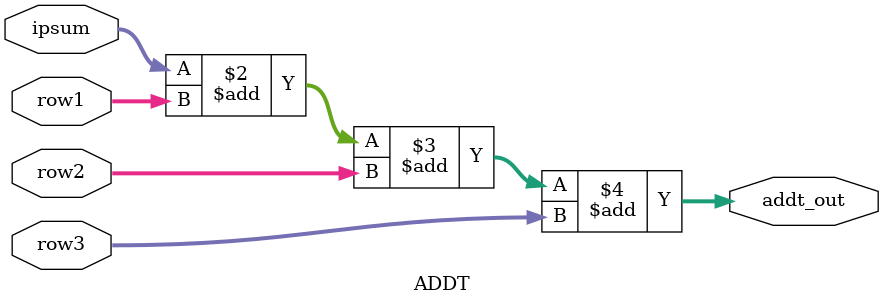
<source format=sv>
module ADDT(
    input [15:0] ipsum,
    input [15:0] row1,
    input [15:0] row2,
    input [15:0] row3,

    output logic [15:0] addt_out
);

always_comb begin 
    addt_out = ipsum + row1 + row2 + row3;
end

endmodule
</source>
